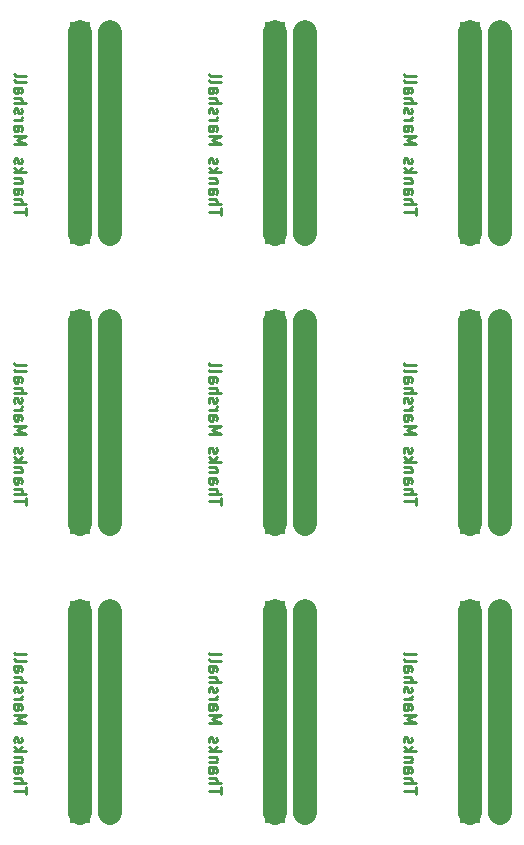
<source format=gbr>
%TF.GenerationSoftware,KiCad,Pcbnew,(6.0.0)*%
%TF.CreationDate,2021-12-29T03:16:53-05:00*%
%TF.ProjectId,panel,70616e65-6c2e-46b6-9963-61645f706362,rev?*%
%TF.SameCoordinates,Original*%
%TF.FileFunction,Copper,L2,Bot*%
%TF.FilePolarity,Positive*%
%FSLAX46Y46*%
G04 Gerber Fmt 4.6, Leading zero omitted, Abs format (unit mm)*
G04 Created by KiCad (PCBNEW (6.0.0)) date 2021-12-29 03:16:53*
%MOMM*%
%LPD*%
G01*
G04 APERTURE LIST*
%ADD10C,0.250000*%
%TA.AperFunction,NonConductor*%
%ADD11C,0.250000*%
%TD*%
%TA.AperFunction,ComponentPad*%
%ADD12R,1.700000X1.700000*%
%TD*%
%TA.AperFunction,ComponentPad*%
%ADD13O,1.700000X1.700000*%
%TD*%
%TA.AperFunction,Conductor*%
%ADD14C,2.000000*%
%TD*%
G04 APERTURE END LIST*
D10*
D11*
X60597623Y-56149997D02*
X60597623Y-55578568D01*
X59597623Y-55864282D02*
X60597623Y-55864282D01*
X59597623Y-55245235D02*
X60597623Y-55245235D01*
X59597623Y-54816663D02*
X60121432Y-54816663D01*
X60216670Y-54864282D01*
X60264289Y-54959520D01*
X60264289Y-55102377D01*
X60216670Y-55197616D01*
X60169051Y-55245235D01*
X59597623Y-53911901D02*
X60121432Y-53911901D01*
X60216670Y-53959520D01*
X60264289Y-54054758D01*
X60264289Y-54245235D01*
X60216670Y-54340473D01*
X59645242Y-53911901D02*
X59597623Y-54007139D01*
X59597623Y-54245235D01*
X59645242Y-54340473D01*
X59740480Y-54388092D01*
X59835718Y-54388092D01*
X59930956Y-54340473D01*
X59978575Y-54245235D01*
X59978575Y-54007139D01*
X60026194Y-53911901D01*
X60264289Y-53435711D02*
X59597623Y-53435711D01*
X60169051Y-53435711D02*
X60216670Y-53388092D01*
X60264289Y-53292854D01*
X60264289Y-53149997D01*
X60216670Y-53054758D01*
X60121432Y-53007139D01*
X59597623Y-53007139D01*
X59597623Y-52530949D02*
X60597623Y-52530949D01*
X59978575Y-52435711D02*
X59597623Y-52149997D01*
X60264289Y-52149997D02*
X59883337Y-52530949D01*
X59645242Y-51769044D02*
X59597623Y-51673806D01*
X59597623Y-51483330D01*
X59645242Y-51388092D01*
X59740480Y-51340473D01*
X59788099Y-51340473D01*
X59883337Y-51388092D01*
X59930956Y-51483330D01*
X59930956Y-51626187D01*
X59978575Y-51721425D01*
X60073813Y-51769044D01*
X60121432Y-51769044D01*
X60216670Y-51721425D01*
X60264289Y-51626187D01*
X60264289Y-51483330D01*
X60216670Y-51388092D01*
X59597623Y-50149997D02*
X60597623Y-50149997D01*
X59883337Y-49816663D01*
X60597623Y-49483330D01*
X59597623Y-49483330D01*
X59597623Y-48578568D02*
X60121432Y-48578568D01*
X60216670Y-48626187D01*
X60264289Y-48721425D01*
X60264289Y-48911901D01*
X60216670Y-49007139D01*
X59645242Y-48578568D02*
X59597623Y-48673806D01*
X59597623Y-48911901D01*
X59645242Y-49007139D01*
X59740480Y-49054758D01*
X59835718Y-49054758D01*
X59930956Y-49007139D01*
X59978575Y-48911901D01*
X59978575Y-48673806D01*
X60026194Y-48578568D01*
X59597623Y-48102377D02*
X60264289Y-48102377D01*
X60073813Y-48102377D02*
X60169051Y-48054758D01*
X60216670Y-48007139D01*
X60264289Y-47911901D01*
X60264289Y-47816663D01*
X59645242Y-47530949D02*
X59597623Y-47435711D01*
X59597623Y-47245235D01*
X59645242Y-47149997D01*
X59740480Y-47102377D01*
X59788099Y-47102377D01*
X59883337Y-47149997D01*
X59930956Y-47245235D01*
X59930956Y-47388092D01*
X59978575Y-47483330D01*
X60073813Y-47530949D01*
X60121432Y-47530949D01*
X60216670Y-47483330D01*
X60264289Y-47388092D01*
X60264289Y-47245235D01*
X60216670Y-47149997D01*
X59597623Y-46673806D02*
X60597623Y-46673806D01*
X59597623Y-46245235D02*
X60121432Y-46245235D01*
X60216670Y-46292854D01*
X60264289Y-46388092D01*
X60264289Y-46530949D01*
X60216670Y-46626187D01*
X60169051Y-46673806D01*
X59597623Y-45340473D02*
X60121432Y-45340473D01*
X60216670Y-45388092D01*
X60264289Y-45483330D01*
X60264289Y-45673806D01*
X60216670Y-45769044D01*
X59645242Y-45340473D02*
X59597623Y-45435711D01*
X59597623Y-45673806D01*
X59645242Y-45769044D01*
X59740480Y-45816663D01*
X59835718Y-45816663D01*
X59930956Y-45769044D01*
X59978575Y-45673806D01*
X59978575Y-45435711D01*
X60026194Y-45340473D01*
X59597623Y-44721425D02*
X59645242Y-44816663D01*
X59740480Y-44864282D01*
X60597623Y-44864282D01*
X59597623Y-44197616D02*
X59645242Y-44292854D01*
X59740480Y-44340473D01*
X60597623Y-44340473D01*
D10*
D11*
X44097616Y-56149997D02*
X44097616Y-55578568D01*
X43097616Y-55864282D02*
X44097616Y-55864282D01*
X43097616Y-55245235D02*
X44097616Y-55245235D01*
X43097616Y-54816663D02*
X43621425Y-54816663D01*
X43716663Y-54864282D01*
X43764282Y-54959520D01*
X43764282Y-55102377D01*
X43716663Y-55197616D01*
X43669044Y-55245235D01*
X43097616Y-53911901D02*
X43621425Y-53911901D01*
X43716663Y-53959520D01*
X43764282Y-54054758D01*
X43764282Y-54245235D01*
X43716663Y-54340473D01*
X43145235Y-53911901D02*
X43097616Y-54007139D01*
X43097616Y-54245235D01*
X43145235Y-54340473D01*
X43240473Y-54388092D01*
X43335711Y-54388092D01*
X43430949Y-54340473D01*
X43478568Y-54245235D01*
X43478568Y-54007139D01*
X43526187Y-53911901D01*
X43764282Y-53435711D02*
X43097616Y-53435711D01*
X43669044Y-53435711D02*
X43716663Y-53388092D01*
X43764282Y-53292854D01*
X43764282Y-53149997D01*
X43716663Y-53054758D01*
X43621425Y-53007139D01*
X43097616Y-53007139D01*
X43097616Y-52530949D02*
X44097616Y-52530949D01*
X43478568Y-52435711D02*
X43097616Y-52149997D01*
X43764282Y-52149997D02*
X43383330Y-52530949D01*
X43145235Y-51769044D02*
X43097616Y-51673806D01*
X43097616Y-51483330D01*
X43145235Y-51388092D01*
X43240473Y-51340473D01*
X43288092Y-51340473D01*
X43383330Y-51388092D01*
X43430949Y-51483330D01*
X43430949Y-51626187D01*
X43478568Y-51721425D01*
X43573806Y-51769044D01*
X43621425Y-51769044D01*
X43716663Y-51721425D01*
X43764282Y-51626187D01*
X43764282Y-51483330D01*
X43716663Y-51388092D01*
X43097616Y-50149997D02*
X44097616Y-50149997D01*
X43383330Y-49816663D01*
X44097616Y-49483330D01*
X43097616Y-49483330D01*
X43097616Y-48578568D02*
X43621425Y-48578568D01*
X43716663Y-48626187D01*
X43764282Y-48721425D01*
X43764282Y-48911901D01*
X43716663Y-49007139D01*
X43145235Y-48578568D02*
X43097616Y-48673806D01*
X43097616Y-48911901D01*
X43145235Y-49007139D01*
X43240473Y-49054758D01*
X43335711Y-49054758D01*
X43430949Y-49007139D01*
X43478568Y-48911901D01*
X43478568Y-48673806D01*
X43526187Y-48578568D01*
X43097616Y-48102377D02*
X43764282Y-48102377D01*
X43573806Y-48102377D02*
X43669044Y-48054758D01*
X43716663Y-48007139D01*
X43764282Y-47911901D01*
X43764282Y-47816663D01*
X43145235Y-47530949D02*
X43097616Y-47435711D01*
X43097616Y-47245235D01*
X43145235Y-47149997D01*
X43240473Y-47102377D01*
X43288092Y-47102377D01*
X43383330Y-47149997D01*
X43430949Y-47245235D01*
X43430949Y-47388092D01*
X43478568Y-47483330D01*
X43573806Y-47530949D01*
X43621425Y-47530949D01*
X43716663Y-47483330D01*
X43764282Y-47388092D01*
X43764282Y-47245235D01*
X43716663Y-47149997D01*
X43097616Y-46673806D02*
X44097616Y-46673806D01*
X43097616Y-46245235D02*
X43621425Y-46245235D01*
X43716663Y-46292854D01*
X43764282Y-46388092D01*
X43764282Y-46530949D01*
X43716663Y-46626187D01*
X43669044Y-46673806D01*
X43097616Y-45340473D02*
X43621425Y-45340473D01*
X43716663Y-45388092D01*
X43764282Y-45483330D01*
X43764282Y-45673806D01*
X43716663Y-45769044D01*
X43145235Y-45340473D02*
X43097616Y-45435711D01*
X43097616Y-45673806D01*
X43145235Y-45769044D01*
X43240473Y-45816663D01*
X43335711Y-45816663D01*
X43430949Y-45769044D01*
X43478568Y-45673806D01*
X43478568Y-45435711D01*
X43526187Y-45340473D01*
X43097616Y-44721425D02*
X43145235Y-44816663D01*
X43240473Y-44864282D01*
X44097616Y-44864282D01*
X43097616Y-44197616D02*
X43145235Y-44292854D01*
X43240473Y-44340473D01*
X44097616Y-44340473D01*
D10*
D11*
X77097630Y-56149997D02*
X77097630Y-55578568D01*
X76097630Y-55864282D02*
X77097630Y-55864282D01*
X76097630Y-55245235D02*
X77097630Y-55245235D01*
X76097630Y-54816663D02*
X76621439Y-54816663D01*
X76716677Y-54864282D01*
X76764296Y-54959520D01*
X76764296Y-55102377D01*
X76716677Y-55197616D01*
X76669058Y-55245235D01*
X76097630Y-53911901D02*
X76621439Y-53911901D01*
X76716677Y-53959520D01*
X76764296Y-54054758D01*
X76764296Y-54245235D01*
X76716677Y-54340473D01*
X76145249Y-53911901D02*
X76097630Y-54007139D01*
X76097630Y-54245235D01*
X76145249Y-54340473D01*
X76240487Y-54388092D01*
X76335725Y-54388092D01*
X76430963Y-54340473D01*
X76478582Y-54245235D01*
X76478582Y-54007139D01*
X76526201Y-53911901D01*
X76764296Y-53435711D02*
X76097630Y-53435711D01*
X76669058Y-53435711D02*
X76716677Y-53388092D01*
X76764296Y-53292854D01*
X76764296Y-53149997D01*
X76716677Y-53054758D01*
X76621439Y-53007139D01*
X76097630Y-53007139D01*
X76097630Y-52530949D02*
X77097630Y-52530949D01*
X76478582Y-52435711D02*
X76097630Y-52149997D01*
X76764296Y-52149997D02*
X76383344Y-52530949D01*
X76145249Y-51769044D02*
X76097630Y-51673806D01*
X76097630Y-51483330D01*
X76145249Y-51388092D01*
X76240487Y-51340473D01*
X76288106Y-51340473D01*
X76383344Y-51388092D01*
X76430963Y-51483330D01*
X76430963Y-51626187D01*
X76478582Y-51721425D01*
X76573820Y-51769044D01*
X76621439Y-51769044D01*
X76716677Y-51721425D01*
X76764296Y-51626187D01*
X76764296Y-51483330D01*
X76716677Y-51388092D01*
X76097630Y-50149997D02*
X77097630Y-50149997D01*
X76383344Y-49816663D01*
X77097630Y-49483330D01*
X76097630Y-49483330D01*
X76097630Y-48578568D02*
X76621439Y-48578568D01*
X76716677Y-48626187D01*
X76764296Y-48721425D01*
X76764296Y-48911901D01*
X76716677Y-49007139D01*
X76145249Y-48578568D02*
X76097630Y-48673806D01*
X76097630Y-48911901D01*
X76145249Y-49007139D01*
X76240487Y-49054758D01*
X76335725Y-49054758D01*
X76430963Y-49007139D01*
X76478582Y-48911901D01*
X76478582Y-48673806D01*
X76526201Y-48578568D01*
X76097630Y-48102377D02*
X76764296Y-48102377D01*
X76573820Y-48102377D02*
X76669058Y-48054758D01*
X76716677Y-48007139D01*
X76764296Y-47911901D01*
X76764296Y-47816663D01*
X76145249Y-47530949D02*
X76097630Y-47435711D01*
X76097630Y-47245235D01*
X76145249Y-47149997D01*
X76240487Y-47102377D01*
X76288106Y-47102377D01*
X76383344Y-47149997D01*
X76430963Y-47245235D01*
X76430963Y-47388092D01*
X76478582Y-47483330D01*
X76573820Y-47530949D01*
X76621439Y-47530949D01*
X76716677Y-47483330D01*
X76764296Y-47388092D01*
X76764296Y-47245235D01*
X76716677Y-47149997D01*
X76097630Y-46673806D02*
X77097630Y-46673806D01*
X76097630Y-46245235D02*
X76621439Y-46245235D01*
X76716677Y-46292854D01*
X76764296Y-46388092D01*
X76764296Y-46530949D01*
X76716677Y-46626187D01*
X76669058Y-46673806D01*
X76097630Y-45340473D02*
X76621439Y-45340473D01*
X76716677Y-45388092D01*
X76764296Y-45483330D01*
X76764296Y-45673806D01*
X76716677Y-45769044D01*
X76145249Y-45340473D02*
X76097630Y-45435711D01*
X76097630Y-45673806D01*
X76145249Y-45769044D01*
X76240487Y-45816663D01*
X76335725Y-45816663D01*
X76430963Y-45769044D01*
X76478582Y-45673806D01*
X76478582Y-45435711D01*
X76526201Y-45340473D01*
X76097630Y-44721425D02*
X76145249Y-44816663D01*
X76240487Y-44864282D01*
X77097630Y-44864282D01*
X76097630Y-44197616D02*
X76145249Y-44292854D01*
X76240487Y-44340473D01*
X77097630Y-44340473D01*
D10*
D11*
X44097616Y-80650004D02*
X44097616Y-80078575D01*
X43097616Y-80364289D02*
X44097616Y-80364289D01*
X43097616Y-79745242D02*
X44097616Y-79745242D01*
X43097616Y-79316670D02*
X43621425Y-79316670D01*
X43716663Y-79364289D01*
X43764282Y-79459527D01*
X43764282Y-79602384D01*
X43716663Y-79697623D01*
X43669044Y-79745242D01*
X43097616Y-78411908D02*
X43621425Y-78411908D01*
X43716663Y-78459527D01*
X43764282Y-78554765D01*
X43764282Y-78745242D01*
X43716663Y-78840480D01*
X43145235Y-78411908D02*
X43097616Y-78507146D01*
X43097616Y-78745242D01*
X43145235Y-78840480D01*
X43240473Y-78888099D01*
X43335711Y-78888099D01*
X43430949Y-78840480D01*
X43478568Y-78745242D01*
X43478568Y-78507146D01*
X43526187Y-78411908D01*
X43764282Y-77935718D02*
X43097616Y-77935718D01*
X43669044Y-77935718D02*
X43716663Y-77888099D01*
X43764282Y-77792861D01*
X43764282Y-77650004D01*
X43716663Y-77554765D01*
X43621425Y-77507146D01*
X43097616Y-77507146D01*
X43097616Y-77030956D02*
X44097616Y-77030956D01*
X43478568Y-76935718D02*
X43097616Y-76650004D01*
X43764282Y-76650004D02*
X43383330Y-77030956D01*
X43145235Y-76269051D02*
X43097616Y-76173813D01*
X43097616Y-75983337D01*
X43145235Y-75888099D01*
X43240473Y-75840480D01*
X43288092Y-75840480D01*
X43383330Y-75888099D01*
X43430949Y-75983337D01*
X43430949Y-76126194D01*
X43478568Y-76221432D01*
X43573806Y-76269051D01*
X43621425Y-76269051D01*
X43716663Y-76221432D01*
X43764282Y-76126194D01*
X43764282Y-75983337D01*
X43716663Y-75888099D01*
X43097616Y-74650004D02*
X44097616Y-74650004D01*
X43383330Y-74316670D01*
X44097616Y-73983337D01*
X43097616Y-73983337D01*
X43097616Y-73078575D02*
X43621425Y-73078575D01*
X43716663Y-73126194D01*
X43764282Y-73221432D01*
X43764282Y-73411908D01*
X43716663Y-73507146D01*
X43145235Y-73078575D02*
X43097616Y-73173813D01*
X43097616Y-73411908D01*
X43145235Y-73507146D01*
X43240473Y-73554765D01*
X43335711Y-73554765D01*
X43430949Y-73507146D01*
X43478568Y-73411908D01*
X43478568Y-73173813D01*
X43526187Y-73078575D01*
X43097616Y-72602384D02*
X43764282Y-72602384D01*
X43573806Y-72602384D02*
X43669044Y-72554765D01*
X43716663Y-72507146D01*
X43764282Y-72411908D01*
X43764282Y-72316670D01*
X43145235Y-72030956D02*
X43097616Y-71935718D01*
X43097616Y-71745242D01*
X43145235Y-71650004D01*
X43240473Y-71602384D01*
X43288092Y-71602384D01*
X43383330Y-71650004D01*
X43430949Y-71745242D01*
X43430949Y-71888099D01*
X43478568Y-71983337D01*
X43573806Y-72030956D01*
X43621425Y-72030956D01*
X43716663Y-71983337D01*
X43764282Y-71888099D01*
X43764282Y-71745242D01*
X43716663Y-71650004D01*
X43097616Y-71173813D02*
X44097616Y-71173813D01*
X43097616Y-70745242D02*
X43621425Y-70745242D01*
X43716663Y-70792861D01*
X43764282Y-70888099D01*
X43764282Y-71030956D01*
X43716663Y-71126194D01*
X43669044Y-71173813D01*
X43097616Y-69840480D02*
X43621425Y-69840480D01*
X43716663Y-69888099D01*
X43764282Y-69983337D01*
X43764282Y-70173813D01*
X43716663Y-70269051D01*
X43145235Y-69840480D02*
X43097616Y-69935718D01*
X43097616Y-70173813D01*
X43145235Y-70269051D01*
X43240473Y-70316670D01*
X43335711Y-70316670D01*
X43430949Y-70269051D01*
X43478568Y-70173813D01*
X43478568Y-69935718D01*
X43526187Y-69840480D01*
X43097616Y-69221432D02*
X43145235Y-69316670D01*
X43240473Y-69364289D01*
X44097616Y-69364289D01*
X43097616Y-68697623D02*
X43145235Y-68792861D01*
X43240473Y-68840480D01*
X44097616Y-68840480D01*
D10*
D11*
X60597623Y-80650004D02*
X60597623Y-80078575D01*
X59597623Y-80364289D02*
X60597623Y-80364289D01*
X59597623Y-79745242D02*
X60597623Y-79745242D01*
X59597623Y-79316670D02*
X60121432Y-79316670D01*
X60216670Y-79364289D01*
X60264289Y-79459527D01*
X60264289Y-79602384D01*
X60216670Y-79697623D01*
X60169051Y-79745242D01*
X59597623Y-78411908D02*
X60121432Y-78411908D01*
X60216670Y-78459527D01*
X60264289Y-78554765D01*
X60264289Y-78745242D01*
X60216670Y-78840480D01*
X59645242Y-78411908D02*
X59597623Y-78507146D01*
X59597623Y-78745242D01*
X59645242Y-78840480D01*
X59740480Y-78888099D01*
X59835718Y-78888099D01*
X59930956Y-78840480D01*
X59978575Y-78745242D01*
X59978575Y-78507146D01*
X60026194Y-78411908D01*
X60264289Y-77935718D02*
X59597623Y-77935718D01*
X60169051Y-77935718D02*
X60216670Y-77888099D01*
X60264289Y-77792861D01*
X60264289Y-77650004D01*
X60216670Y-77554765D01*
X60121432Y-77507146D01*
X59597623Y-77507146D01*
X59597623Y-77030956D02*
X60597623Y-77030956D01*
X59978575Y-76935718D02*
X59597623Y-76650004D01*
X60264289Y-76650004D02*
X59883337Y-77030956D01*
X59645242Y-76269051D02*
X59597623Y-76173813D01*
X59597623Y-75983337D01*
X59645242Y-75888099D01*
X59740480Y-75840480D01*
X59788099Y-75840480D01*
X59883337Y-75888099D01*
X59930956Y-75983337D01*
X59930956Y-76126194D01*
X59978575Y-76221432D01*
X60073813Y-76269051D01*
X60121432Y-76269051D01*
X60216670Y-76221432D01*
X60264289Y-76126194D01*
X60264289Y-75983337D01*
X60216670Y-75888099D01*
X59597623Y-74650004D02*
X60597623Y-74650004D01*
X59883337Y-74316670D01*
X60597623Y-73983337D01*
X59597623Y-73983337D01*
X59597623Y-73078575D02*
X60121432Y-73078575D01*
X60216670Y-73126194D01*
X60264289Y-73221432D01*
X60264289Y-73411908D01*
X60216670Y-73507146D01*
X59645242Y-73078575D02*
X59597623Y-73173813D01*
X59597623Y-73411908D01*
X59645242Y-73507146D01*
X59740480Y-73554765D01*
X59835718Y-73554765D01*
X59930956Y-73507146D01*
X59978575Y-73411908D01*
X59978575Y-73173813D01*
X60026194Y-73078575D01*
X59597623Y-72602384D02*
X60264289Y-72602384D01*
X60073813Y-72602384D02*
X60169051Y-72554765D01*
X60216670Y-72507146D01*
X60264289Y-72411908D01*
X60264289Y-72316670D01*
X59645242Y-72030956D02*
X59597623Y-71935718D01*
X59597623Y-71745242D01*
X59645242Y-71650004D01*
X59740480Y-71602384D01*
X59788099Y-71602384D01*
X59883337Y-71650004D01*
X59930956Y-71745242D01*
X59930956Y-71888099D01*
X59978575Y-71983337D01*
X60073813Y-72030956D01*
X60121432Y-72030956D01*
X60216670Y-71983337D01*
X60264289Y-71888099D01*
X60264289Y-71745242D01*
X60216670Y-71650004D01*
X59597623Y-71173813D02*
X60597623Y-71173813D01*
X59597623Y-70745242D02*
X60121432Y-70745242D01*
X60216670Y-70792861D01*
X60264289Y-70888099D01*
X60264289Y-71030956D01*
X60216670Y-71126194D01*
X60169051Y-71173813D01*
X59597623Y-69840480D02*
X60121432Y-69840480D01*
X60216670Y-69888099D01*
X60264289Y-69983337D01*
X60264289Y-70173813D01*
X60216670Y-70269051D01*
X59645242Y-69840480D02*
X59597623Y-69935718D01*
X59597623Y-70173813D01*
X59645242Y-70269051D01*
X59740480Y-70316670D01*
X59835718Y-70316670D01*
X59930956Y-70269051D01*
X59978575Y-70173813D01*
X59978575Y-69935718D01*
X60026194Y-69840480D01*
X59597623Y-69221432D02*
X59645242Y-69316670D01*
X59740480Y-69364289D01*
X60597623Y-69364289D01*
X59597623Y-68697623D02*
X59645242Y-68792861D01*
X59740480Y-68840480D01*
X60597623Y-68840480D01*
D10*
D11*
X77097630Y-80650004D02*
X77097630Y-80078575D01*
X76097630Y-80364289D02*
X77097630Y-80364289D01*
X76097630Y-79745242D02*
X77097630Y-79745242D01*
X76097630Y-79316670D02*
X76621439Y-79316670D01*
X76716677Y-79364289D01*
X76764296Y-79459527D01*
X76764296Y-79602384D01*
X76716677Y-79697623D01*
X76669058Y-79745242D01*
X76097630Y-78411908D02*
X76621439Y-78411908D01*
X76716677Y-78459527D01*
X76764296Y-78554765D01*
X76764296Y-78745242D01*
X76716677Y-78840480D01*
X76145249Y-78411908D02*
X76097630Y-78507146D01*
X76097630Y-78745242D01*
X76145249Y-78840480D01*
X76240487Y-78888099D01*
X76335725Y-78888099D01*
X76430963Y-78840480D01*
X76478582Y-78745242D01*
X76478582Y-78507146D01*
X76526201Y-78411908D01*
X76764296Y-77935718D02*
X76097630Y-77935718D01*
X76669058Y-77935718D02*
X76716677Y-77888099D01*
X76764296Y-77792861D01*
X76764296Y-77650004D01*
X76716677Y-77554765D01*
X76621439Y-77507146D01*
X76097630Y-77507146D01*
X76097630Y-77030956D02*
X77097630Y-77030956D01*
X76478582Y-76935718D02*
X76097630Y-76650004D01*
X76764296Y-76650004D02*
X76383344Y-77030956D01*
X76145249Y-76269051D02*
X76097630Y-76173813D01*
X76097630Y-75983337D01*
X76145249Y-75888099D01*
X76240487Y-75840480D01*
X76288106Y-75840480D01*
X76383344Y-75888099D01*
X76430963Y-75983337D01*
X76430963Y-76126194D01*
X76478582Y-76221432D01*
X76573820Y-76269051D01*
X76621439Y-76269051D01*
X76716677Y-76221432D01*
X76764296Y-76126194D01*
X76764296Y-75983337D01*
X76716677Y-75888099D01*
X76097630Y-74650004D02*
X77097630Y-74650004D01*
X76383344Y-74316670D01*
X77097630Y-73983337D01*
X76097630Y-73983337D01*
X76097630Y-73078575D02*
X76621439Y-73078575D01*
X76716677Y-73126194D01*
X76764296Y-73221432D01*
X76764296Y-73411908D01*
X76716677Y-73507146D01*
X76145249Y-73078575D02*
X76097630Y-73173813D01*
X76097630Y-73411908D01*
X76145249Y-73507146D01*
X76240487Y-73554765D01*
X76335725Y-73554765D01*
X76430963Y-73507146D01*
X76478582Y-73411908D01*
X76478582Y-73173813D01*
X76526201Y-73078575D01*
X76097630Y-72602384D02*
X76764296Y-72602384D01*
X76573820Y-72602384D02*
X76669058Y-72554765D01*
X76716677Y-72507146D01*
X76764296Y-72411908D01*
X76764296Y-72316670D01*
X76145249Y-72030956D02*
X76097630Y-71935718D01*
X76097630Y-71745242D01*
X76145249Y-71650004D01*
X76240487Y-71602384D01*
X76288106Y-71602384D01*
X76383344Y-71650004D01*
X76430963Y-71745242D01*
X76430963Y-71888099D01*
X76478582Y-71983337D01*
X76573820Y-72030956D01*
X76621439Y-72030956D01*
X76716677Y-71983337D01*
X76764296Y-71888099D01*
X76764296Y-71745242D01*
X76716677Y-71650004D01*
X76097630Y-71173813D02*
X77097630Y-71173813D01*
X76097630Y-70745242D02*
X76621439Y-70745242D01*
X76716677Y-70792861D01*
X76764296Y-70888099D01*
X76764296Y-71030956D01*
X76716677Y-71126194D01*
X76669058Y-71173813D01*
X76097630Y-69840480D02*
X76621439Y-69840480D01*
X76716677Y-69888099D01*
X76764296Y-69983337D01*
X76764296Y-70173813D01*
X76716677Y-70269051D01*
X76145249Y-69840480D02*
X76097630Y-69935718D01*
X76097630Y-70173813D01*
X76145249Y-70269051D01*
X76240487Y-70316670D01*
X76335725Y-70316670D01*
X76430963Y-70269051D01*
X76478582Y-70173813D01*
X76478582Y-69935718D01*
X76526201Y-69840480D01*
X76097630Y-69221432D02*
X76145249Y-69316670D01*
X76240487Y-69364289D01*
X77097630Y-69364289D01*
X76097630Y-68697623D02*
X76145249Y-68792861D01*
X76240487Y-68840480D01*
X77097630Y-68840480D01*
D10*
D11*
X44097616Y-105150011D02*
X44097616Y-104578582D01*
X43097616Y-104864296D02*
X44097616Y-104864296D01*
X43097616Y-104245249D02*
X44097616Y-104245249D01*
X43097616Y-103816677D02*
X43621425Y-103816677D01*
X43716663Y-103864296D01*
X43764282Y-103959534D01*
X43764282Y-104102391D01*
X43716663Y-104197630D01*
X43669044Y-104245249D01*
X43097616Y-102911915D02*
X43621425Y-102911915D01*
X43716663Y-102959534D01*
X43764282Y-103054772D01*
X43764282Y-103245249D01*
X43716663Y-103340487D01*
X43145235Y-102911915D02*
X43097616Y-103007153D01*
X43097616Y-103245249D01*
X43145235Y-103340487D01*
X43240473Y-103388106D01*
X43335711Y-103388106D01*
X43430949Y-103340487D01*
X43478568Y-103245249D01*
X43478568Y-103007153D01*
X43526187Y-102911915D01*
X43764282Y-102435725D02*
X43097616Y-102435725D01*
X43669044Y-102435725D02*
X43716663Y-102388106D01*
X43764282Y-102292868D01*
X43764282Y-102150011D01*
X43716663Y-102054772D01*
X43621425Y-102007153D01*
X43097616Y-102007153D01*
X43097616Y-101530963D02*
X44097616Y-101530963D01*
X43478568Y-101435725D02*
X43097616Y-101150011D01*
X43764282Y-101150011D02*
X43383330Y-101530963D01*
X43145235Y-100769058D02*
X43097616Y-100673820D01*
X43097616Y-100483344D01*
X43145235Y-100388106D01*
X43240473Y-100340487D01*
X43288092Y-100340487D01*
X43383330Y-100388106D01*
X43430949Y-100483344D01*
X43430949Y-100626201D01*
X43478568Y-100721439D01*
X43573806Y-100769058D01*
X43621425Y-100769058D01*
X43716663Y-100721439D01*
X43764282Y-100626201D01*
X43764282Y-100483344D01*
X43716663Y-100388106D01*
X43097616Y-99150011D02*
X44097616Y-99150011D01*
X43383330Y-98816677D01*
X44097616Y-98483344D01*
X43097616Y-98483344D01*
X43097616Y-97578582D02*
X43621425Y-97578582D01*
X43716663Y-97626201D01*
X43764282Y-97721439D01*
X43764282Y-97911915D01*
X43716663Y-98007153D01*
X43145235Y-97578582D02*
X43097616Y-97673820D01*
X43097616Y-97911915D01*
X43145235Y-98007153D01*
X43240473Y-98054772D01*
X43335711Y-98054772D01*
X43430949Y-98007153D01*
X43478568Y-97911915D01*
X43478568Y-97673820D01*
X43526187Y-97578582D01*
X43097616Y-97102391D02*
X43764282Y-97102391D01*
X43573806Y-97102391D02*
X43669044Y-97054772D01*
X43716663Y-97007153D01*
X43764282Y-96911915D01*
X43764282Y-96816677D01*
X43145235Y-96530963D02*
X43097616Y-96435725D01*
X43097616Y-96245249D01*
X43145235Y-96150011D01*
X43240473Y-96102391D01*
X43288092Y-96102391D01*
X43383330Y-96150011D01*
X43430949Y-96245249D01*
X43430949Y-96388106D01*
X43478568Y-96483344D01*
X43573806Y-96530963D01*
X43621425Y-96530963D01*
X43716663Y-96483344D01*
X43764282Y-96388106D01*
X43764282Y-96245249D01*
X43716663Y-96150011D01*
X43097616Y-95673820D02*
X44097616Y-95673820D01*
X43097616Y-95245249D02*
X43621425Y-95245249D01*
X43716663Y-95292868D01*
X43764282Y-95388106D01*
X43764282Y-95530963D01*
X43716663Y-95626201D01*
X43669044Y-95673820D01*
X43097616Y-94340487D02*
X43621425Y-94340487D01*
X43716663Y-94388106D01*
X43764282Y-94483344D01*
X43764282Y-94673820D01*
X43716663Y-94769058D01*
X43145235Y-94340487D02*
X43097616Y-94435725D01*
X43097616Y-94673820D01*
X43145235Y-94769058D01*
X43240473Y-94816677D01*
X43335711Y-94816677D01*
X43430949Y-94769058D01*
X43478568Y-94673820D01*
X43478568Y-94435725D01*
X43526187Y-94340487D01*
X43097616Y-93721439D02*
X43145235Y-93816677D01*
X43240473Y-93864296D01*
X44097616Y-93864296D01*
X43097616Y-93197630D02*
X43145235Y-93292868D01*
X43240473Y-93340487D01*
X44097616Y-93340487D01*
D10*
D11*
X60597623Y-105150011D02*
X60597623Y-104578582D01*
X59597623Y-104864296D02*
X60597623Y-104864296D01*
X59597623Y-104245249D02*
X60597623Y-104245249D01*
X59597623Y-103816677D02*
X60121432Y-103816677D01*
X60216670Y-103864296D01*
X60264289Y-103959534D01*
X60264289Y-104102391D01*
X60216670Y-104197630D01*
X60169051Y-104245249D01*
X59597623Y-102911915D02*
X60121432Y-102911915D01*
X60216670Y-102959534D01*
X60264289Y-103054772D01*
X60264289Y-103245249D01*
X60216670Y-103340487D01*
X59645242Y-102911915D02*
X59597623Y-103007153D01*
X59597623Y-103245249D01*
X59645242Y-103340487D01*
X59740480Y-103388106D01*
X59835718Y-103388106D01*
X59930956Y-103340487D01*
X59978575Y-103245249D01*
X59978575Y-103007153D01*
X60026194Y-102911915D01*
X60264289Y-102435725D02*
X59597623Y-102435725D01*
X60169051Y-102435725D02*
X60216670Y-102388106D01*
X60264289Y-102292868D01*
X60264289Y-102150011D01*
X60216670Y-102054772D01*
X60121432Y-102007153D01*
X59597623Y-102007153D01*
X59597623Y-101530963D02*
X60597623Y-101530963D01*
X59978575Y-101435725D02*
X59597623Y-101150011D01*
X60264289Y-101150011D02*
X59883337Y-101530963D01*
X59645242Y-100769058D02*
X59597623Y-100673820D01*
X59597623Y-100483344D01*
X59645242Y-100388106D01*
X59740480Y-100340487D01*
X59788099Y-100340487D01*
X59883337Y-100388106D01*
X59930956Y-100483344D01*
X59930956Y-100626201D01*
X59978575Y-100721439D01*
X60073813Y-100769058D01*
X60121432Y-100769058D01*
X60216670Y-100721439D01*
X60264289Y-100626201D01*
X60264289Y-100483344D01*
X60216670Y-100388106D01*
X59597623Y-99150011D02*
X60597623Y-99150011D01*
X59883337Y-98816677D01*
X60597623Y-98483344D01*
X59597623Y-98483344D01*
X59597623Y-97578582D02*
X60121432Y-97578582D01*
X60216670Y-97626201D01*
X60264289Y-97721439D01*
X60264289Y-97911915D01*
X60216670Y-98007153D01*
X59645242Y-97578582D02*
X59597623Y-97673820D01*
X59597623Y-97911915D01*
X59645242Y-98007153D01*
X59740480Y-98054772D01*
X59835718Y-98054772D01*
X59930956Y-98007153D01*
X59978575Y-97911915D01*
X59978575Y-97673820D01*
X60026194Y-97578582D01*
X59597623Y-97102391D02*
X60264289Y-97102391D01*
X60073813Y-97102391D02*
X60169051Y-97054772D01*
X60216670Y-97007153D01*
X60264289Y-96911915D01*
X60264289Y-96816677D01*
X59645242Y-96530963D02*
X59597623Y-96435725D01*
X59597623Y-96245249D01*
X59645242Y-96150011D01*
X59740480Y-96102391D01*
X59788099Y-96102391D01*
X59883337Y-96150011D01*
X59930956Y-96245249D01*
X59930956Y-96388106D01*
X59978575Y-96483344D01*
X60073813Y-96530963D01*
X60121432Y-96530963D01*
X60216670Y-96483344D01*
X60264289Y-96388106D01*
X60264289Y-96245249D01*
X60216670Y-96150011D01*
X59597623Y-95673820D02*
X60597623Y-95673820D01*
X59597623Y-95245249D02*
X60121432Y-95245249D01*
X60216670Y-95292868D01*
X60264289Y-95388106D01*
X60264289Y-95530963D01*
X60216670Y-95626201D01*
X60169051Y-95673820D01*
X59597623Y-94340487D02*
X60121432Y-94340487D01*
X60216670Y-94388106D01*
X60264289Y-94483344D01*
X60264289Y-94673820D01*
X60216670Y-94769058D01*
X59645242Y-94340487D02*
X59597623Y-94435725D01*
X59597623Y-94673820D01*
X59645242Y-94769058D01*
X59740480Y-94816677D01*
X59835718Y-94816677D01*
X59930956Y-94769058D01*
X59978575Y-94673820D01*
X59978575Y-94435725D01*
X60026194Y-94340487D01*
X59597623Y-93721439D02*
X59645242Y-93816677D01*
X59740480Y-93864296D01*
X60597623Y-93864296D01*
X59597623Y-93197630D02*
X59645242Y-93292868D01*
X59740480Y-93340487D01*
X60597623Y-93340487D01*
D10*
D11*
X77097630Y-105150011D02*
X77097630Y-104578582D01*
X76097630Y-104864296D02*
X77097630Y-104864296D01*
X76097630Y-104245249D02*
X77097630Y-104245249D01*
X76097630Y-103816677D02*
X76621439Y-103816677D01*
X76716677Y-103864296D01*
X76764296Y-103959534D01*
X76764296Y-104102391D01*
X76716677Y-104197630D01*
X76669058Y-104245249D01*
X76097630Y-102911915D02*
X76621439Y-102911915D01*
X76716677Y-102959534D01*
X76764296Y-103054772D01*
X76764296Y-103245249D01*
X76716677Y-103340487D01*
X76145249Y-102911915D02*
X76097630Y-103007153D01*
X76097630Y-103245249D01*
X76145249Y-103340487D01*
X76240487Y-103388106D01*
X76335725Y-103388106D01*
X76430963Y-103340487D01*
X76478582Y-103245249D01*
X76478582Y-103007153D01*
X76526201Y-102911915D01*
X76764296Y-102435725D02*
X76097630Y-102435725D01*
X76669058Y-102435725D02*
X76716677Y-102388106D01*
X76764296Y-102292868D01*
X76764296Y-102150011D01*
X76716677Y-102054772D01*
X76621439Y-102007153D01*
X76097630Y-102007153D01*
X76097630Y-101530963D02*
X77097630Y-101530963D01*
X76478582Y-101435725D02*
X76097630Y-101150011D01*
X76764296Y-101150011D02*
X76383344Y-101530963D01*
X76145249Y-100769058D02*
X76097630Y-100673820D01*
X76097630Y-100483344D01*
X76145249Y-100388106D01*
X76240487Y-100340487D01*
X76288106Y-100340487D01*
X76383344Y-100388106D01*
X76430963Y-100483344D01*
X76430963Y-100626201D01*
X76478582Y-100721439D01*
X76573820Y-100769058D01*
X76621439Y-100769058D01*
X76716677Y-100721439D01*
X76764296Y-100626201D01*
X76764296Y-100483344D01*
X76716677Y-100388106D01*
X76097630Y-99150011D02*
X77097630Y-99150011D01*
X76383344Y-98816677D01*
X77097630Y-98483344D01*
X76097630Y-98483344D01*
X76097630Y-97578582D02*
X76621439Y-97578582D01*
X76716677Y-97626201D01*
X76764296Y-97721439D01*
X76764296Y-97911915D01*
X76716677Y-98007153D01*
X76145249Y-97578582D02*
X76097630Y-97673820D01*
X76097630Y-97911915D01*
X76145249Y-98007153D01*
X76240487Y-98054772D01*
X76335725Y-98054772D01*
X76430963Y-98007153D01*
X76478582Y-97911915D01*
X76478582Y-97673820D01*
X76526201Y-97578582D01*
X76097630Y-97102391D02*
X76764296Y-97102391D01*
X76573820Y-97102391D02*
X76669058Y-97054772D01*
X76716677Y-97007153D01*
X76764296Y-96911915D01*
X76764296Y-96816677D01*
X76145249Y-96530963D02*
X76097630Y-96435725D01*
X76097630Y-96245249D01*
X76145249Y-96150011D01*
X76240487Y-96102391D01*
X76288106Y-96102391D01*
X76383344Y-96150011D01*
X76430963Y-96245249D01*
X76430963Y-96388106D01*
X76478582Y-96483344D01*
X76573820Y-96530963D01*
X76621439Y-96530963D01*
X76716677Y-96483344D01*
X76764296Y-96388106D01*
X76764296Y-96245249D01*
X76716677Y-96150011D01*
X76097630Y-95673820D02*
X77097630Y-95673820D01*
X76097630Y-95245249D02*
X76621439Y-95245249D01*
X76716677Y-95292868D01*
X76764296Y-95388106D01*
X76764296Y-95530963D01*
X76716677Y-95626201D01*
X76669058Y-95673820D01*
X76097630Y-94340487D02*
X76621439Y-94340487D01*
X76716677Y-94388106D01*
X76764296Y-94483344D01*
X76764296Y-94673820D01*
X76716677Y-94769058D01*
X76145249Y-94340487D02*
X76097630Y-94435725D01*
X76097630Y-94673820D01*
X76145249Y-94769058D01*
X76240487Y-94816677D01*
X76335725Y-94816677D01*
X76430963Y-94769058D01*
X76478582Y-94673820D01*
X76478582Y-94435725D01*
X76526201Y-94340487D01*
X76097630Y-93721439D02*
X76145249Y-93816677D01*
X76240487Y-93864296D01*
X77097630Y-93864296D01*
X76097630Y-93197630D02*
X76145249Y-93292868D01*
X76240487Y-93340487D01*
X77097630Y-93340487D01*
D12*
%TO.P,PCM,1*%
%TO.N,Board_3-Net-(J1-Pad1)*%
X48679997Y-65125004D03*
D13*
%TO.P,PCM,2*%
%TO.N,Board_3-Net-(J1-Pad2)*%
X51219997Y-65125004D03*
%TD*%
D12*
%TO.P,J1,1*%
%TO.N,Board_6-Net-(J1-Pad1)*%
X48679997Y-106770011D03*
D13*
%TO.P,J1,2*%
%TO.N,Board_6-Net-(J1-Pad2)*%
X51219997Y-106770011D03*
%TD*%
D12*
%TO.P,J1,1*%
%TO.N,Board_4-Net-(J1-Pad1)*%
X65180004Y-82270004D03*
D13*
%TO.P,J1,2*%
%TO.N,Board_4-Net-(J1-Pad2)*%
X67720004Y-82270004D03*
%TD*%
D12*
%TO.P,PCM,1*%
%TO.N,Board_1-Net-(J1-Pad1)*%
X65180004Y-40624997D03*
D13*
%TO.P,PCM,2*%
%TO.N,Board_1-Net-(J1-Pad2)*%
X67720004Y-40624997D03*
%TD*%
D12*
%TO.P,PCM,1*%
%TO.N,Board_5-Net-(J1-Pad1)*%
X81680011Y-65125004D03*
D13*
%TO.P,PCM,2*%
%TO.N,Board_5-Net-(J1-Pad2)*%
X84220011Y-65125004D03*
%TD*%
D12*
%TO.P,J1,1*%
%TO.N,Board_8-Net-(J1-Pad1)*%
X81680011Y-106770011D03*
D13*
%TO.P,J1,2*%
%TO.N,Board_8-Net-(J1-Pad2)*%
X84220011Y-106770011D03*
%TD*%
D12*
%TO.P,J1,1*%
%TO.N,Board_3-Net-(J1-Pad1)*%
X48679997Y-82270004D03*
D13*
%TO.P,J1,2*%
%TO.N,Board_3-Net-(J1-Pad2)*%
X51219997Y-82270004D03*
%TD*%
D12*
%TO.P,J1,1*%
%TO.N,Board_7-Net-(J1-Pad1)*%
X65180004Y-106770011D03*
D13*
%TO.P,J1,2*%
%TO.N,Board_7-Net-(J1-Pad2)*%
X67720004Y-106770011D03*
%TD*%
D12*
%TO.P,J1,1*%
%TO.N,Board_5-Net-(J1-Pad1)*%
X81680011Y-82270004D03*
D13*
%TO.P,J1,2*%
%TO.N,Board_5-Net-(J1-Pad2)*%
X84220011Y-82270004D03*
%TD*%
D12*
%TO.P,PCM,1*%
%TO.N,Board_7-Net-(J1-Pad1)*%
X65180004Y-89625011D03*
D13*
%TO.P,PCM,2*%
%TO.N,Board_7-Net-(J1-Pad2)*%
X67720004Y-89625011D03*
%TD*%
D12*
%TO.P,PCM,1*%
%TO.N,Board_2-Net-(J1-Pad1)*%
X81680011Y-40624997D03*
D13*
%TO.P,PCM,2*%
%TO.N,Board_2-Net-(J1-Pad2)*%
X84220011Y-40624997D03*
%TD*%
D12*
%TO.P,PCM,1*%
%TO.N,Board_6-Net-(J1-Pad1)*%
X48679997Y-89625011D03*
D13*
%TO.P,PCM,2*%
%TO.N,Board_6-Net-(J1-Pad2)*%
X51219997Y-89625011D03*
%TD*%
D12*
%TO.P,PCM,1*%
%TO.N,Board_4-Net-(J1-Pad1)*%
X65180004Y-65125004D03*
D13*
%TO.P,PCM,2*%
%TO.N,Board_4-Net-(J1-Pad2)*%
X67720004Y-65125004D03*
%TD*%
D12*
%TO.P,PCM,1*%
%TO.N,Board_0-Net-(J1-Pad1)*%
X48679997Y-40624997D03*
D13*
%TO.P,PCM,2*%
%TO.N,Board_0-Net-(J1-Pad2)*%
X51219997Y-40624997D03*
%TD*%
D12*
%TO.P,J1,1*%
%TO.N,Board_0-Net-(J1-Pad1)*%
X48679997Y-57769997D03*
D13*
%TO.P,J1,2*%
%TO.N,Board_0-Net-(J1-Pad2)*%
X51219997Y-57769997D03*
%TD*%
D12*
%TO.P,J1,1*%
%TO.N,Board_1-Net-(J1-Pad1)*%
X65180004Y-57769997D03*
D13*
%TO.P,J1,2*%
%TO.N,Board_1-Net-(J1-Pad2)*%
X67720004Y-57769997D03*
%TD*%
D12*
%TO.P,J1,1*%
%TO.N,Board_2-Net-(J1-Pad1)*%
X81680011Y-57769997D03*
D13*
%TO.P,J1,2*%
%TO.N,Board_2-Net-(J1-Pad2)*%
X84220011Y-57769997D03*
%TD*%
D12*
%TO.P,PCM,1*%
%TO.N,Board_8-Net-(J1-Pad1)*%
X81680011Y-89625011D03*
D13*
%TO.P,PCM,2*%
%TO.N,Board_8-Net-(J1-Pad2)*%
X84220011Y-89625011D03*
%TD*%
D14*
%TO.N,Board_0-Net-(J1-Pad1)*%
X48679997Y-40624997D02*
X48679997Y-57769997D01*
%TO.N,Board_0-Net-(J1-Pad2)*%
X51219997Y-40624997D02*
X51219997Y-57769997D01*
%TO.N,Board_1-Net-(J1-Pad1)*%
X65180004Y-40624997D02*
X65180004Y-57769997D01*
%TO.N,Board_1-Net-(J1-Pad2)*%
X67720004Y-40624997D02*
X67720004Y-57769997D01*
%TO.N,Board_2-Net-(J1-Pad1)*%
X81680011Y-40624997D02*
X81680011Y-57769997D01*
%TO.N,Board_2-Net-(J1-Pad2)*%
X84220011Y-40624997D02*
X84220011Y-57769997D01*
%TO.N,Board_3-Net-(J1-Pad1)*%
X48679997Y-65125004D02*
X48679997Y-82270004D01*
%TO.N,Board_3-Net-(J1-Pad2)*%
X51219997Y-65125004D02*
X51219997Y-82270004D01*
%TO.N,Board_4-Net-(J1-Pad1)*%
X65180004Y-65125004D02*
X65180004Y-82270004D01*
%TO.N,Board_4-Net-(J1-Pad2)*%
X67720004Y-65125004D02*
X67720004Y-82270004D01*
%TO.N,Board_5-Net-(J1-Pad1)*%
X81680011Y-65125004D02*
X81680011Y-82270004D01*
%TO.N,Board_5-Net-(J1-Pad2)*%
X84220011Y-65125004D02*
X84220011Y-82270004D01*
%TO.N,Board_6-Net-(J1-Pad1)*%
X48679997Y-89625011D02*
X48679997Y-106770011D01*
%TO.N,Board_6-Net-(J1-Pad2)*%
X51219997Y-89625011D02*
X51219997Y-106770011D01*
%TO.N,Board_7-Net-(J1-Pad1)*%
X65180004Y-89625011D02*
X65180004Y-106770011D01*
%TO.N,Board_7-Net-(J1-Pad2)*%
X67720004Y-89625011D02*
X67720004Y-106770011D01*
%TO.N,Board_8-Net-(J1-Pad1)*%
X81680011Y-89625011D02*
X81680011Y-106770011D01*
%TO.N,Board_8-Net-(J1-Pad2)*%
X84220011Y-89625011D02*
X84220011Y-106770011D01*
%TD*%
M02*

</source>
